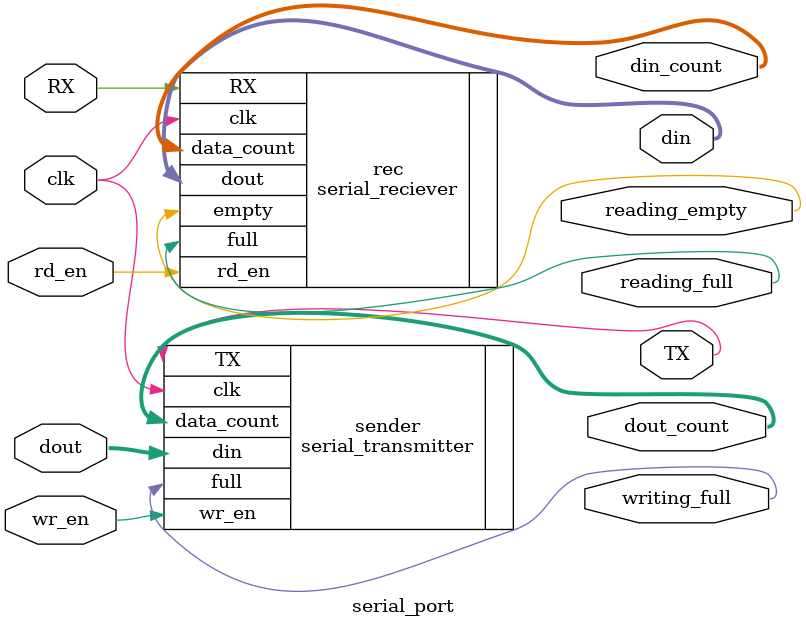
<source format=sv>
`timescale 1ns / 1ps

 
//module serial_port(
//    input clk,
//    input RX,
//    output wire TX,
//    output wire [7:0] recieved,
//    input [7:0] sending,
//    output wire data_recieved,
//    output wire data_sent,
//    input [16:0] count_for_baud_rate,
//    input data_good
//    );
    
//    serial_reciever reciever(clk, RX, recieved, data_recieved, count_for_baud_rate);
    
//    serial_transmitter transmitter(clk, TX, sending, data_sent, count_for_baud_rate, data_good);

    

    

//endmodule

module serial_port #(parameter CLK_IN=0, parameter BAUD=0)(//no in built FIFO as of yet
input clk,
input wire RX,
output TX,
output wire [7:0] din,//data going out of FPGA from perspective of user
input [7:0] dout,//data going into FPGA from perspective of user
input wr_en,
input rd_en,
output writing_full,
output reading_empty,
output reading_full,
output [11:0] din_count,
output [11:0] dout_count//,
//input [15:0] count_for_baud//max clock division of 2^16 -1
);

serial_reciever #(.CLK_IN(CLK_IN), .BAUD(BAUD)) rec(.clk, .RX, .rd_en, .empty(reading_empty), .full(reading_full), .dout(din), .data_count(din_count));


serial_transmitter #(.CLK_IN(CLK_IN), .BAUD(BAUD)) sender(.clk, .TX, .wr_en, .full(writing_full), .din(dout), .data_count(dout_count));

endmodule
</source>
